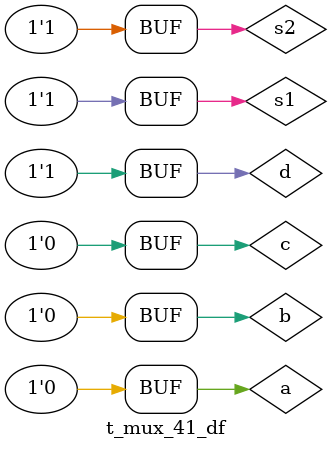
<source format=v>
module mux_41_df(y,s1,s2,a,b,c,d);
  output y;
  input s1,s2,a,b,c,d;
  
  assign y=((s1==0)?((s2==0)?a:b):((s2==0)?c:d));
endmodule


//tst bnch

module t_mux_41_df();
  wire y;
  reg a,b,c,d,s1,s2;
  
 mux_41_df a1(y,s1,s2,a,b,c,d);
  
  initial
  begin
  s1= 1'b0;
  s2= 1'b0;
  a = 1'b1;
  b = 1'b0;
  c = 1'b0;
  d = 1'b0;
  #50;  
  
  s1= 1'b0;
  s2= 1'b1;
  a = 1'b0;
  b = 1'b1;
  c = 1'b0;
  d = 1'b0;
  #50;
  
  s1= 1'b1;
  s2= 1'b0;
  a = 1'b0;
  b = 1'b0;
  c = 1'b1;
  d = 1'b0;
  #50;
  
  s1= 1'b1;
  s2= 1'b1;
  a = 1'b0;
  b = 1'b0;
  c = 1'b0;
  d = 1'b1;
  #50;
  
end

endmodule
</source>
